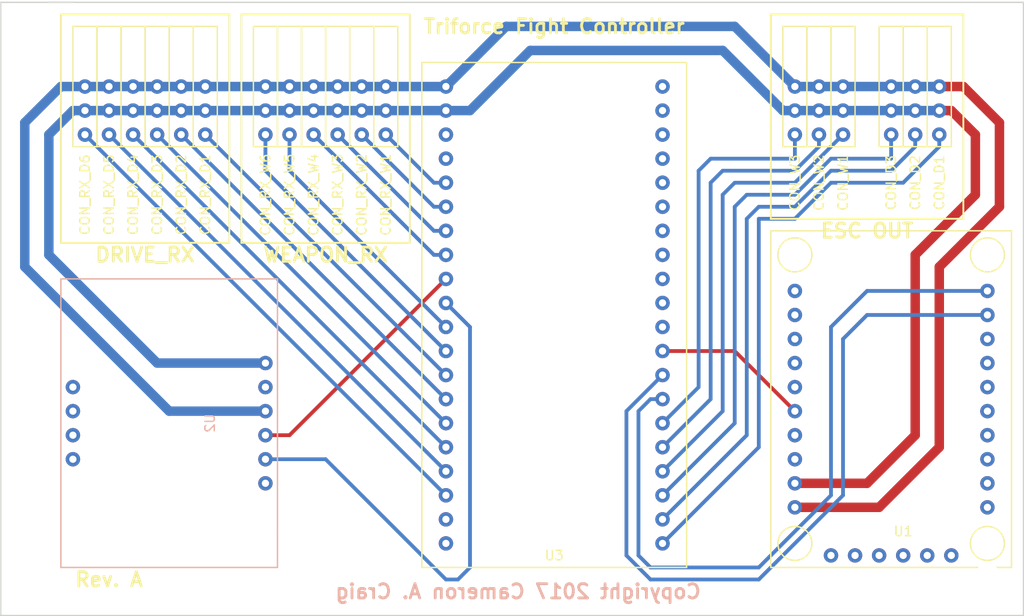
<source format=kicad_pcb>
(kicad_pcb (version 4) (host pcbnew 4.0.7-e2-6376~58~ubuntu16.04.1)

  (general
    (links 63)
    (no_connects 0)
    (area 85.014999 65.964999 193.115001 130.885001)
    (thickness 1.6)
    (drawings 23)
    (tracks 149)
    (zones 0)
    (modules 25)
    (nets 68)
  )

  (page A4)
  (layers
    (0 F.Cu signal)
    (31 B.Cu signal)
    (32 B.Adhes user)
    (33 F.Adhes user)
    (34 B.Paste user)
    (35 F.Paste user)
    (36 B.SilkS user)
    (37 F.SilkS user)
    (38 B.Mask user)
    (39 F.Mask user)
    (40 Dwgs.User user)
    (41 Cmts.User user)
    (42 Eco1.User user)
    (43 Eco2.User user)
    (44 Edge.Cuts user)
    (45 Margin user)
    (46 B.CrtYd user)
    (47 F.CrtYd user)
    (48 B.Fab user)
    (49 F.Fab user)
  )

  (setup
    (last_trace_width 0.4)
    (trace_clearance 0.2)
    (zone_clearance 0.508)
    (zone_45_only no)
    (trace_min 0.4)
    (segment_width 0.2)
    (edge_width 0.15)
    (via_size 0.6)
    (via_drill 0.4)
    (via_min_size 0.4)
    (via_min_drill 0.3)
    (uvia_size 0.3)
    (uvia_drill 0.1)
    (uvias_allowed no)
    (uvia_min_size 0.2)
    (uvia_min_drill 0.1)
    (pcb_text_width 0.3)
    (pcb_text_size 1.5 1.5)
    (mod_edge_width 0.15)
    (mod_text_size 1 1)
    (mod_text_width 0.15)
    (pad_size 1.524 1.524)
    (pad_drill 0.762)
    (pad_to_mask_clearance 0.2)
    (aux_axis_origin 0 0)
    (visible_elements FFFFFF7F)
    (pcbplotparams
      (layerselection 0x00030_80000001)
      (usegerberextensions false)
      (excludeedgelayer true)
      (linewidth 0.100000)
      (plotframeref false)
      (viasonmask false)
      (mode 1)
      (useauxorigin false)
      (hpglpennumber 1)
      (hpglpenspeed 20)
      (hpglpendiameter 15)
      (hpglpenoverlay 2)
      (psnegative false)
      (psa4output false)
      (plotreference true)
      (plotvalue true)
      (plotinvisibletext false)
      (padsonsilk false)
      (subtractmaskfromsilk false)
      (outputformat 1)
      (mirror false)
      (drillshape 1)
      (scaleselection 1)
      (outputdirectory ""))
  )

  (net 0 "")
  (net 1 GND)
  (net 2 +5V)
  (net 3 BNO_MBED_SDA)
  (net 4 BNO_MBED_SCL)
  (net 5 PWM_OUT_DRV_MOTOR_1)
  (net 6 PWM_OUT_DRV_MOTOR_2)
  (net 7 PWM_OUT_DRV_MOTOR_3)
  (net 8 PWM_OUT_WPN_MOTOR_1)
  (net 9 PWM_OUT_WPN_MOTOR_2)
  (net 10 PWM_OUT_WPN_MOTOR_3)
  (net 11 ESP_MBED_RX)
  (net 12 ESP_MBED_TX)
  (net 13 ESP_READY)
  (net 14 "Net-(U1-Pad1)")
  (net 15 "Net-(U1-Pad2)")
  (net 16 "Net-(U1-Pad3)")
  (net 17 "Net-(U1-Pad13)")
  (net 18 "Net-(U1-Pad14)")
  (net 19 "Net-(U1-Pad15)")
  (net 20 "Net-(U1-Pad16)")
  (net 21 "Net-(U1-Pad4)")
  (net 22 "Net-(U1-Pad5)")
  (net 23 "Net-(U3-Pad3)")
  (net 24 "Net-(U3-Pad4)")
  (net 25 "Net-(U3-Pad19)")
  (net 26 "Net-(U3-Pad20)")
  (net 27 "Net-(U3-Pad30)")
  (net 28 "Net-(U3-Pad31)")
  (net 29 "Net-(U3-Pad32)")
  (net 30 "Net-(U3-Pad33)")
  (net 31 "Net-(U3-Pad34)")
  (net 32 "Net-(U3-Pad35)")
  (net 33 "Net-(U3-Pad36)")
  (net 34 "Net-(U3-Pad37)")
  (net 35 "Net-(U3-Pad38)")
  (net 36 "Net-(U3-Pad39)")
  (net 37 "Net-(U3-Pad40)")
  (net 38 "Net-(U1-Pad7)")
  (net 39 "Net-(U1-Pad8)")
  (net 40 "Net-(U1-Pad11)")
  (net 41 "Net-(U1-Pad12)")
  (net 42 "Net-(U1-Pad17)")
  (net 43 "Net-(U1-Pad18)")
  (net 44 "Net-(U1-Pad21)")
  (net 45 "Net-(U1-Pad22)")
  (net 46 "Net-(U1-Pad23)")
  (net 47 "Net-(U1-Pad24)")
  (net 48 "Net-(U1-Pad25)")
  (net 49 "Net-(U1-Pad26)")
  (net 50 "Net-(U2-Pad2)")
  (net 51 "Net-(U2-Pad6)")
  (net 52 "Net-(U2-Pad10)")
  (net 53 "Net-(U2-Pad9)")
  (net 54 "Net-(U2-Pad8)")
  (net 55 "Net-(U2-Pad7)")
  (net 56 IN_RX_W1)
  (net 57 IN_RX_W2)
  (net 58 IN_RX_W3)
  (net 59 IN_RX_W4)
  (net 60 IN_RX_W5)
  (net 61 IN_RX_W6)
  (net 62 IN_RX_D1)
  (net 63 IN_RX_D2)
  (net 64 IN_RX_D3)
  (net 65 IN_RX_D4)
  (net 66 IN_RX_D5)
  (net 67 IN_RX_D6)

  (net_class Default "This is the default net class."
    (clearance 0.2)
    (trace_width 0.4)
    (via_dia 0.6)
    (via_drill 0.4)
    (uvia_dia 0.3)
    (uvia_drill 0.1)
    (add_net "Net-(U1-Pad1)")
    (add_net "Net-(U1-Pad11)")
    (add_net "Net-(U1-Pad12)")
    (add_net "Net-(U1-Pad13)")
    (add_net "Net-(U1-Pad14)")
    (add_net "Net-(U1-Pad15)")
    (add_net "Net-(U1-Pad16)")
    (add_net "Net-(U1-Pad17)")
    (add_net "Net-(U1-Pad18)")
    (add_net "Net-(U1-Pad2)")
    (add_net "Net-(U1-Pad21)")
    (add_net "Net-(U1-Pad22)")
    (add_net "Net-(U1-Pad23)")
    (add_net "Net-(U1-Pad24)")
    (add_net "Net-(U1-Pad25)")
    (add_net "Net-(U1-Pad26)")
    (add_net "Net-(U1-Pad3)")
    (add_net "Net-(U1-Pad4)")
    (add_net "Net-(U1-Pad5)")
    (add_net "Net-(U1-Pad7)")
    (add_net "Net-(U1-Pad8)")
    (add_net "Net-(U2-Pad10)")
    (add_net "Net-(U2-Pad2)")
    (add_net "Net-(U2-Pad6)")
    (add_net "Net-(U2-Pad7)")
    (add_net "Net-(U2-Pad8)")
    (add_net "Net-(U2-Pad9)")
    (add_net "Net-(U3-Pad19)")
    (add_net "Net-(U3-Pad20)")
    (add_net "Net-(U3-Pad3)")
    (add_net "Net-(U3-Pad30)")
    (add_net "Net-(U3-Pad31)")
    (add_net "Net-(U3-Pad32)")
    (add_net "Net-(U3-Pad33)")
    (add_net "Net-(U3-Pad34)")
    (add_net "Net-(U3-Pad35)")
    (add_net "Net-(U3-Pad36)")
    (add_net "Net-(U3-Pad37)")
    (add_net "Net-(U3-Pad38)")
    (add_net "Net-(U3-Pad39)")
    (add_net "Net-(U3-Pad4)")
    (add_net "Net-(U3-Pad40)")
    (add_net PWM_OUT_DRV_MOTOR_1)
    (add_net PWM_OUT_DRV_MOTOR_2)
    (add_net PWM_OUT_DRV_MOTOR_3)
    (add_net PWM_OUT_WPN_MOTOR_1)
    (add_net PWM_OUT_WPN_MOTOR_2)
    (add_net PWM_OUT_WPN_MOTOR_3)
  )

  (net_class "Generic Signal" ""
    (clearance 0.2)
    (trace_width 0.4)
    (via_dia 0.6)
    (via_drill 0.4)
    (uvia_dia 0.3)
    (uvia_drill 0.1)
    (add_net ESP_READY)
  )

  (net_class "I2C Signal" ""
    (clearance 0.2)
    (trace_width 0.4)
    (via_dia 0.6)
    (via_drill 0.4)
    (uvia_dia 0.3)
    (uvia_drill 0.1)
    (add_net BNO_MBED_SCL)
    (add_net BNO_MBED_SDA)
  )

  (net_class Power ""
    (clearance 0.2)
    (trace_width 1)
    (via_dia 0.6)
    (via_drill 0.4)
    (uvia_dia 0.3)
    (uvia_drill 0.1)
    (add_net +5V)
    (add_net GND)
  )

  (net_class "RX Signal" ""
    (clearance 0.2)
    (trace_width 0.4)
    (via_dia 0.6)
    (via_drill 0.4)
    (uvia_dia 0.3)
    (uvia_drill 0.1)
    (add_net IN_RX_D1)
    (add_net IN_RX_D2)
    (add_net IN_RX_D3)
    (add_net IN_RX_D4)
    (add_net IN_RX_D5)
    (add_net IN_RX_D6)
    (add_net IN_RX_W1)
    (add_net IN_RX_W2)
    (add_net IN_RX_W3)
    (add_net IN_RX_W4)
    (add_net IN_RX_W5)
    (add_net IN_RX_W6)
  )

  (net_class "Serial Signal" ""
    (clearance 0.2)
    (trace_width 0.4)
    (via_dia 0.6)
    (via_drill 0.4)
    (uvia_dia 0.3)
    (uvia_drill 0.1)
    (add_net ESP_MBED_RX)
    (add_net ESP_MBED_TX)
  )

  (module mbed:lpc1768 (layer F.Cu) (tedit 59DA2B9D) (tstamp 59D93552)
    (at 129.54 125.73)
    (path /59D8AFFE)
    (fp_text reference U3 (at 13.97 -1.27) (layer F.SilkS)
      (effects (font (size 1 1) (thickness 0.15)))
    )
    (fp_text value LPC1768 (at 15.24 -47.49) (layer F.Fab)
      (effects (font (size 1 1) (thickness 0.15)))
    )
    (fp_line (start 20.32 -53.34) (end 27.94 -53.34) (layer F.SilkS) (width 0.15))
    (fp_line (start 27.94 -53.34) (end 27.94 0) (layer F.SilkS) (width 0.15))
    (fp_line (start 27.94 0) (end 0 0) (layer F.SilkS) (width 0.15))
    (fp_line (start 0 0) (end 0 -53.34) (layer F.SilkS) (width 0.15))
    (fp_line (start 0 -53.34) (end 20.32 -53.34) (layer F.SilkS) (width 0.15))
    (pad 1 thru_hole circle (at 2.54 -50.8) (size 1.524 1.524) (drill 0.762) (layers *.Cu *.Mask)
      (net 1 GND))
    (pad 2 thru_hole circle (at 2.54 -48.26) (size 1.524 1.524) (drill 0.762) (layers *.Cu *.Mask)
      (net 2 +5V))
    (pad 3 thru_hole circle (at 2.54 -45.72) (size 1.524 1.524) (drill 0.762) (layers *.Cu *.Mask)
      (net 23 "Net-(U3-Pad3)"))
    (pad 4 thru_hole circle (at 2.54 -43.18) (size 1.524 1.524) (drill 0.762) (layers *.Cu *.Mask)
      (net 24 "Net-(U3-Pad4)"))
    (pad 5 thru_hole circle (at 2.54 -40.64) (size 1.524 1.524) (drill 0.762) (layers *.Cu *.Mask)
      (net 56 IN_RX_W1))
    (pad 6 thru_hole circle (at 2.54 -38.1) (size 1.524 1.524) (drill 0.762) (layers *.Cu *.Mask)
      (net 57 IN_RX_W2))
    (pad 7 thru_hole circle (at 2.54 -35.56) (size 1.524 1.524) (drill 0.762) (layers *.Cu *.Mask)
      (net 58 IN_RX_W3))
    (pad 8 thru_hole circle (at 2.54 -33.02) (size 1.524 1.524) (drill 0.762) (layers *.Cu *.Mask)
      (net 59 IN_RX_W4))
    (pad 9 thru_hole circle (at 2.54 -30.48) (size 1.524 1.524) (drill 0.762) (layers *.Cu *.Mask)
      (net 3 BNO_MBED_SDA))
    (pad 10 thru_hole circle (at 2.54 -27.94) (size 1.524 1.524) (drill 0.762) (layers *.Cu *.Mask)
      (net 4 BNO_MBED_SCL))
    (pad 11 thru_hole circle (at 2.54 -25.4) (size 1.524 1.524) (drill 0.762) (layers *.Cu *.Mask)
      (net 60 IN_RX_W5))
    (pad 12 thru_hole circle (at 2.54 -22.86) (size 1.524 1.524) (drill 0.762) (layers *.Cu *.Mask)
      (net 61 IN_RX_W6))
    (pad 13 thru_hole circle (at 2.54 -20.32) (size 1.524 1.524) (drill 0.762) (layers *.Cu *.Mask)
      (net 62 IN_RX_D1))
    (pad 14 thru_hole circle (at 2.54 -17.78) (size 1.524 1.524) (drill 0.762) (layers *.Cu *.Mask)
      (net 63 IN_RX_D2))
    (pad 15 thru_hole circle (at 2.54 -15.24) (size 1.524 1.524) (drill 0.762) (layers *.Cu *.Mask)
      (net 64 IN_RX_D3))
    (pad 16 thru_hole circle (at 2.54 -12.7) (size 1.524 1.524) (drill 0.762) (layers *.Cu *.Mask)
      (net 65 IN_RX_D4))
    (pad 17 thru_hole circle (at 2.54 -10.16) (size 1.524 1.524) (drill 0.762) (layers *.Cu *.Mask)
      (net 66 IN_RX_D5))
    (pad 18 thru_hole circle (at 2.54 -7.62) (size 1.524 1.524) (drill 0.762) (layers *.Cu *.Mask)
      (net 67 IN_RX_D6))
    (pad 19 thru_hole circle (at 2.54 -5.08) (size 1.524 1.524) (drill 0.762) (layers *.Cu *.Mask)
      (net 25 "Net-(U3-Pad19)"))
    (pad 20 thru_hole circle (at 2.54 -2.54) (size 1.524 1.524) (drill 0.762) (layers *.Cu *.Mask)
      (net 26 "Net-(U3-Pad20)"))
    (pad 21 thru_hole circle (at 25.4 -2.54) (size 1.524 1.524) (drill 0.762) (layers *.Cu *.Mask)
      (net 5 PWM_OUT_DRV_MOTOR_1))
    (pad 22 thru_hole circle (at 25.4 -5.08) (size 1.524 1.524) (drill 0.762) (layers *.Cu *.Mask)
      (net 6 PWM_OUT_DRV_MOTOR_2))
    (pad 23 thru_hole circle (at 25.4 -7.62) (size 1.524 1.524) (drill 0.762) (layers *.Cu *.Mask)
      (net 7 PWM_OUT_DRV_MOTOR_3))
    (pad 24 thru_hole circle (at 25.4 -10.16) (size 1.524 1.524) (drill 0.762) (layers *.Cu *.Mask)
      (net 8 PWM_OUT_WPN_MOTOR_1))
    (pad 25 thru_hole circle (at 25.4 -12.7) (size 1.524 1.524) (drill 0.762) (layers *.Cu *.Mask)
      (net 9 PWM_OUT_WPN_MOTOR_2))
    (pad 26 thru_hole circle (at 25.4 -15.24) (size 1.524 1.524) (drill 0.762) (layers *.Cu *.Mask)
      (net 10 PWM_OUT_WPN_MOTOR_3))
    (pad 27 thru_hole circle (at 25.4 -17.78) (size 1.524 1.524) (drill 0.762) (layers *.Cu *.Mask)
      (net 11 ESP_MBED_RX))
    (pad 28 thru_hole circle (at 25.4 -20.32) (size 1.524 1.524) (drill 0.762) (layers *.Cu *.Mask)
      (net 12 ESP_MBED_TX))
    (pad 30 thru_hole circle (at 25.4 -25.4) (size 1.524 1.524) (drill 0.762) (layers *.Cu *.Mask)
      (net 27 "Net-(U3-Pad30)"))
    (pad 31 thru_hole circle (at 25.4 -27.94) (size 1.524 1.524) (drill 0.762) (layers *.Cu *.Mask)
      (net 28 "Net-(U3-Pad31)"))
    (pad 32 thru_hole circle (at 25.4 -30.48) (size 1.524 1.524) (drill 0.762) (layers *.Cu *.Mask)
      (net 29 "Net-(U3-Pad32)"))
    (pad 33 thru_hole circle (at 25.4 -33.02) (size 1.524 1.524) (drill 0.762) (layers *.Cu *.Mask)
      (net 30 "Net-(U3-Pad33)"))
    (pad 34 thru_hole circle (at 25.4 -35.56) (size 1.524 1.524) (drill 0.762) (layers *.Cu *.Mask)
      (net 31 "Net-(U3-Pad34)"))
    (pad 35 thru_hole circle (at 25.4 -38.1) (size 1.524 1.524) (drill 0.762) (layers *.Cu *.Mask)
      (net 32 "Net-(U3-Pad35)"))
    (pad 36 thru_hole circle (at 25.4 -40.64) (size 1.524 1.524) (drill 0.762) (layers *.Cu *.Mask)
      (net 33 "Net-(U3-Pad36)"))
    (pad 37 thru_hole circle (at 25.4 -43.18) (size 1.524 1.524) (drill 0.762) (layers *.Cu *.Mask)
      (net 34 "Net-(U3-Pad37)"))
    (pad 38 thru_hole circle (at 25.4 -45.72) (size 1.524 1.524) (drill 0.762) (layers *.Cu *.Mask)
      (net 35 "Net-(U3-Pad38)"))
    (pad 39 thru_hole circle (at 25.4 -48.26) (size 1.524 1.524) (drill 0.762) (layers *.Cu *.Mask)
      (net 36 "Net-(U3-Pad39)"))
    (pad 29 thru_hole circle (at 25.4 -22.86) (size 1.524 1.524) (drill 0.762) (layers *.Cu *.Mask)
      (net 13 ESP_READY))
    (pad 40 thru_hole circle (at 25.4 -50.8) (size 1.524 1.524) (drill 0.762) (layers *.Cu *.Mask)
      (net 37 "Net-(U3-Pad40)"))
  )

  (module mbed:AngledServoCon (layer F.Cu) (tedit 59D9F28A) (tstamp 59D93DF8)
    (at 184.15 66.04)
    (path /59D95305)
    (fp_text reference CON_D1 (at 0 19.05 270) (layer F.SilkS)
      (effects (font (size 1 1) (thickness 0.15)))
    )
    (fp_text value "Drive Motor 1" (at 0 0.77) (layer F.Fab) hide
      (effects (font (size 1 1) (thickness 0.15)))
    )
    (fp_line (start -1.27 13.97) (end -1.27 2.54) (layer F.SilkS) (width 0.15))
    (fp_line (start -1.27 2.54) (end 1.27 2.54) (layer F.SilkS) (width 0.15))
    (fp_line (start 1.27 2.54) (end 1.27 15.24) (layer F.SilkS) (width 0.15))
    (fp_line (start 1.27 15.24) (end -1.27 15.24) (layer F.SilkS) (width 0.15))
    (fp_line (start -1.27 15.24) (end -1.27 13.97) (layer F.SilkS) (width 0.15))
    (pad 0 thru_hole circle (at 0 8.89) (size 1.524 1.524) (drill 0.762) (layers *.Cu *.Mask)
      (net 1 GND))
    (pad 1 thru_hole circle (at 0 11.43) (size 1.524 1.524) (drill 0.762) (layers *.Cu *.Mask)
      (net 2 +5V))
    (pad 2 thru_hole circle (at 0 13.97) (size 1.524 1.524) (drill 0.762) (layers *.Cu *.Mask)
      (net 5 PWM_OUT_DRV_MOTOR_1))
  )

  (module mbed:AngledServoCon (layer F.Cu) (tedit 59D9F29D) (tstamp 59D93E04)
    (at 181.61 66.04)
    (path /59D953D1)
    (fp_text reference CON_D2 (at 0 19.05 270) (layer F.SilkS)
      (effects (font (size 1 1) (thickness 0.15)))
    )
    (fp_text value "Drive Motor 2" (at 0 0.77) (layer F.Fab) hide
      (effects (font (size 1 1) (thickness 0.15)))
    )
    (fp_line (start -1.27 13.97) (end -1.27 2.54) (layer F.SilkS) (width 0.15))
    (fp_line (start -1.27 2.54) (end 1.27 2.54) (layer F.SilkS) (width 0.15))
    (fp_line (start 1.27 2.54) (end 1.27 15.24) (layer F.SilkS) (width 0.15))
    (fp_line (start 1.27 15.24) (end -1.27 15.24) (layer F.SilkS) (width 0.15))
    (fp_line (start -1.27 15.24) (end -1.27 13.97) (layer F.SilkS) (width 0.15))
    (pad 0 thru_hole circle (at 0 8.89) (size 1.524 1.524) (drill 0.762) (layers *.Cu *.Mask)
      (net 1 GND))
    (pad 1 thru_hole circle (at 0 11.43) (size 1.524 1.524) (drill 0.762) (layers *.Cu *.Mask)
      (net 2 +5V))
    (pad 2 thru_hole circle (at 0 13.97) (size 1.524 1.524) (drill 0.762) (layers *.Cu *.Mask)
      (net 6 PWM_OUT_DRV_MOTOR_2))
  )

  (module mbed:AngledServoCon (layer F.Cu) (tedit 59D9F28F) (tstamp 59D93E10)
    (at 179.07 66.04)
    (path /59D95439)
    (fp_text reference CON_D3 (at 0 19.05 270) (layer F.SilkS)
      (effects (font (size 1 1) (thickness 0.15)))
    )
    (fp_text value "Drive Motor 3" (at 0 0.77) (layer F.Fab) hide
      (effects (font (size 1 1) (thickness 0.15)))
    )
    (fp_line (start -1.27 13.97) (end -1.27 2.54) (layer F.SilkS) (width 0.15))
    (fp_line (start -1.27 2.54) (end 1.27 2.54) (layer F.SilkS) (width 0.15))
    (fp_line (start 1.27 2.54) (end 1.27 15.24) (layer F.SilkS) (width 0.15))
    (fp_line (start 1.27 15.24) (end -1.27 15.24) (layer F.SilkS) (width 0.15))
    (fp_line (start -1.27 15.24) (end -1.27 13.97) (layer F.SilkS) (width 0.15))
    (pad 0 thru_hole circle (at 0 8.89) (size 1.524 1.524) (drill 0.762) (layers *.Cu *.Mask)
      (net 1 GND))
    (pad 1 thru_hole circle (at 0 11.43) (size 1.524 1.524) (drill 0.762) (layers *.Cu *.Mask)
      (net 2 +5V))
    (pad 2 thru_hole circle (at 0 13.97) (size 1.524 1.524) (drill 0.762) (layers *.Cu *.Mask)
      (net 7 PWM_OUT_DRV_MOTOR_3))
  )

  (module mbed:AngledServoCon (layer F.Cu) (tedit 59D9F295) (tstamp 59D93E1C)
    (at 173.99 66.04)
    (path /59D94FE0)
    (fp_text reference CON_W1 (at 0 19.05 270) (layer F.SilkS)
      (effects (font (size 1 1) (thickness 0.15)))
    )
    (fp_text value "Weapon Motor 1" (at 0 0.77) (layer F.Fab) hide
      (effects (font (size 1 1) (thickness 0.15)))
    )
    (fp_line (start -1.27 13.97) (end -1.27 2.54) (layer F.SilkS) (width 0.15))
    (fp_line (start -1.27 2.54) (end 1.27 2.54) (layer F.SilkS) (width 0.15))
    (fp_line (start 1.27 2.54) (end 1.27 15.24) (layer F.SilkS) (width 0.15))
    (fp_line (start 1.27 15.24) (end -1.27 15.24) (layer F.SilkS) (width 0.15))
    (fp_line (start -1.27 15.24) (end -1.27 13.97) (layer F.SilkS) (width 0.15))
    (pad 0 thru_hole circle (at 0 8.89) (size 1.524 1.524) (drill 0.762) (layers *.Cu *.Mask)
      (net 1 GND))
    (pad 1 thru_hole circle (at 0 11.43) (size 1.524 1.524) (drill 0.762) (layers *.Cu *.Mask)
      (net 2 +5V))
    (pad 2 thru_hole circle (at 0 13.97) (size 1.524 1.524) (drill 0.762) (layers *.Cu *.Mask)
      (net 8 PWM_OUT_WPN_MOTOR_1))
  )

  (module mbed:AngledServoCon (layer F.Cu) (tedit 59D9F2ED) (tstamp 59D93E28)
    (at 171.45 66.04)
    (path /59D9523B)
    (fp_text reference CON_W2 (at 0 19.05 270) (layer F.SilkS)
      (effects (font (size 1 1) (thickness 0.15)))
    )
    (fp_text value "Weapon Motor 1" (at 0 0.77) (layer F.Fab) hide
      (effects (font (size 1 1) (thickness 0.15)))
    )
    (fp_line (start -1.27 13.97) (end -1.27 2.54) (layer F.SilkS) (width 0.15))
    (fp_line (start -1.27 2.54) (end 1.27 2.54) (layer F.SilkS) (width 0.15))
    (fp_line (start 1.27 2.54) (end 1.27 15.24) (layer F.SilkS) (width 0.15))
    (fp_line (start 1.27 15.24) (end -1.27 15.24) (layer F.SilkS) (width 0.15))
    (fp_line (start -1.27 15.24) (end -1.27 13.97) (layer F.SilkS) (width 0.15))
    (pad 0 thru_hole circle (at 0 8.89) (size 1.524 1.524) (drill 0.762) (layers *.Cu *.Mask)
      (net 1 GND))
    (pad 1 thru_hole circle (at 0 11.43) (size 1.524 1.524) (drill 0.762) (layers *.Cu *.Mask)
      (net 2 +5V))
    (pad 2 thru_hole circle (at 0 13.97) (size 1.524 1.524) (drill 0.762) (layers *.Cu *.Mask)
      (net 9 PWM_OUT_WPN_MOTOR_2))
  )

  (module mbed:AngledServoCon (layer F.Cu) (tedit 59D9F2F2) (tstamp 59D93E34)
    (at 168.91 66.04)
    (path /59D952AB)
    (fp_text reference CON_W3 (at 0 19.05 270) (layer F.SilkS)
      (effects (font (size 1 1) (thickness 0.15)))
    )
    (fp_text value "Weapon Motor 1" (at 0 0.77) (layer F.Fab) hide
      (effects (font (size 1 1) (thickness 0.15)))
    )
    (fp_line (start -1.27 13.97) (end -1.27 2.54) (layer F.SilkS) (width 0.15))
    (fp_line (start -1.27 2.54) (end 1.27 2.54) (layer F.SilkS) (width 0.15))
    (fp_line (start 1.27 2.54) (end 1.27 15.24) (layer F.SilkS) (width 0.15))
    (fp_line (start 1.27 15.24) (end -1.27 15.24) (layer F.SilkS) (width 0.15))
    (fp_line (start -1.27 15.24) (end -1.27 13.97) (layer F.SilkS) (width 0.15))
    (pad 0 thru_hole circle (at 0 8.89) (size 1.524 1.524) (drill 0.762) (layers *.Cu *.Mask)
      (net 1 GND))
    (pad 1 thru_hole circle (at 0 11.43) (size 1.524 1.524) (drill 0.762) (layers *.Cu *.Mask)
      (net 2 +5V))
    (pad 2 thru_hole circle (at 0 13.97) (size 1.524 1.524) (drill 0.762) (layers *.Cu *.Mask)
      (net 10 PWM_OUT_WPN_MOTOR_3))
  )

  (module mbed:ESP8266 (layer F.Cu) (tedit 59DA2B91) (tstamp 59D943AC)
    (at 173.99 93.98)
    (path /59D92604)
    (fp_text reference U1 (at 6.35 27.94) (layer F.SilkS)
      (effects (font (size 1 1) (thickness 0.15)))
    )
    (fp_text value ADAFRUIT_HUZZAH (at 5.08 -3.04) (layer F.Fab)
      (effects (font (size 1 1) (thickness 0.15)))
    )
    (fp_circle (center 15.24 -1.27) (end 16.51 0) (layer F.SilkS) (width 0.15))
    (fp_circle (center -5.08 -1.27) (end -3.81 0) (layer F.SilkS) (width 0.15))
    (fp_circle (center -5.08 29.21) (end -3.81 30.48) (layer F.SilkS) (width 0.15))
    (fp_circle (center 15.24 29.21) (end 16.51 30.48) (layer F.SilkS) (width 0.15))
    (fp_line (start -7.62 31.75) (end 17.78 31.75) (layer F.SilkS) (width 0.15))
    (fp_line (start 17.78 31.75) (end 17.78 -3.81) (layer F.SilkS) (width 0.15))
    (fp_line (start 17.78 -3.81) (end -7.62 -3.81) (layer F.SilkS) (width 0.15))
    (fp_line (start -7.62 -3.81) (end -7.62 31.75) (layer F.SilkS) (width 0.15))
    (pad 1 thru_hole circle (at -5.08 2.54) (size 1.524 1.524) (drill 0.762) (layers *.Cu *.Mask)
      (net 14 "Net-(U1-Pad1)"))
    (pad 2 thru_hole circle (at -5.08 5.08) (size 1.524 1.524) (drill 0.762) (layers *.Cu *.Mask)
      (net 15 "Net-(U1-Pad2)"))
    (pad 3 thru_hole circle (at -5.08 7.62) (size 1.524 1.524) (drill 0.762) (layers *.Cu *.Mask)
      (net 16 "Net-(U1-Pad3)"))
    (pad 4 thru_hole circle (at -5.08 10.16) (size 1.524 1.524) (drill 0.762) (layers *.Cu *.Mask)
      (net 21 "Net-(U1-Pad4)"))
    (pad 5 thru_hole circle (at -5.08 12.7) (size 1.524 1.524) (drill 0.762) (layers *.Cu *.Mask)
      (net 22 "Net-(U1-Pad5)"))
    (pad 6 thru_hole circle (at -5.08 15.24) (size 1.524 1.524) (drill 0.762) (layers *.Cu *.Mask)
      (net 13 ESP_READY))
    (pad 7 thru_hole circle (at -5.08 17.78) (size 1.524 1.524) (drill 0.762) (layers *.Cu *.Mask)
      (net 38 "Net-(U1-Pad7)"))
    (pad 8 thru_hole circle (at -5.08 20.32) (size 1.524 1.524) (drill 0.762) (layers *.Cu *.Mask)
      (net 39 "Net-(U1-Pad8)"))
    (pad 9 thru_hole circle (at -5.08 22.86) (size 1.524 1.524) (drill 0.762) (layers *.Cu *.Mask)
      (net 2 +5V))
    (pad 10 thru_hole circle (at -5.08 25.4) (size 1.524 1.524) (drill 0.762) (layers *.Cu *.Mask)
      (net 1 GND))
    (pad 11 thru_hole circle (at 15.24 25.4) (size 1.524 1.524) (drill 0.762) (layers *.Cu *.Mask)
      (net 40 "Net-(U1-Pad11)"))
    (pad 12 thru_hole circle (at 15.24 22.86) (size 1.524 1.524) (drill 0.762) (layers *.Cu *.Mask)
      (net 41 "Net-(U1-Pad12)"))
    (pad 13 thru_hole circle (at 15.24 20.32) (size 1.524 1.524) (drill 0.762) (layers *.Cu *.Mask)
      (net 17 "Net-(U1-Pad13)"))
    (pad 14 thru_hole circle (at 15.24 17.78) (size 1.524 1.524) (drill 0.762) (layers *.Cu *.Mask)
      (net 18 "Net-(U1-Pad14)"))
    (pad 15 thru_hole circle (at 15.24 15.24) (size 1.524 1.524) (drill 0.762) (layers *.Cu *.Mask)
      (net 19 "Net-(U1-Pad15)"))
    (pad 16 thru_hole circle (at 15.24 12.7) (size 1.524 1.524) (drill 0.762) (layers *.Cu *.Mask)
      (net 20 "Net-(U1-Pad16)"))
    (pad 17 thru_hole circle (at 15.24 10.16) (size 1.524 1.524) (drill 0.762) (layers *.Cu *.Mask)
      (net 42 "Net-(U1-Pad17)"))
    (pad 18 thru_hole circle (at 15.24 7.62) (size 1.524 1.524) (drill 0.762) (layers *.Cu *.Mask)
      (net 43 "Net-(U1-Pad18)"))
    (pad 19 thru_hole circle (at 15.24 5.08) (size 1.524 1.524) (drill 0.762) (layers *.Cu *.Mask)
      (net 12 ESP_MBED_TX))
    (pad 20 thru_hole circle (at 15.24 2.54) (size 1.524 1.524) (drill 0.762) (layers *.Cu *.Mask)
      (net 11 ESP_MBED_RX))
    (pad 21 thru_hole circle (at -1.27 30.48) (size 1.524 1.524) (drill 0.762) (layers *.Cu *.Mask)
      (net 44 "Net-(U1-Pad21)"))
    (pad 22 thru_hole circle (at 1.27 30.48) (size 1.524 1.524) (drill 0.762) (layers *.Cu *.Mask)
      (net 45 "Net-(U1-Pad22)"))
    (pad 23 thru_hole circle (at 3.81 30.48) (size 1.524 1.524) (drill 0.762) (layers *.Cu *.Mask)
      (net 46 "Net-(U1-Pad23)"))
    (pad 24 thru_hole circle (at 6.35 30.48) (size 1.524 1.524) (drill 0.762) (layers *.Cu *.Mask)
      (net 47 "Net-(U1-Pad24)"))
    (pad 25 thru_hole circle (at 8.89 30.48) (size 1.524 1.524) (drill 0.762) (layers *.Cu *.Mask)
      (net 48 "Net-(U1-Pad25)"))
    (pad 26 thru_hole circle (at 11.43 30.48) (size 1.524 1.524) (drill 0.762) (layers *.Cu *.Mask)
      (net 49 "Net-(U1-Pad26)"))
  )

  (module mbed:BNO055 (layer B.Cu) (tedit 59D9407B) (tstamp 59D944FA)
    (at 106.68 107.95 270)
    (path /59D928D7)
    (fp_text reference U2 (at 2.54 -0.5 270) (layer B.SilkS)
      (effects (font (size 1 1) (thickness 0.15)) (justify mirror))
    )
    (fp_text value bno055 (at 2.54 10.66 270) (layer B.Fab)
      (effects (font (size 1 1) (thickness 0.15)) (justify mirror))
    )
    (fp_line (start -8.89 -7.62) (end -12.7 -7.62) (layer B.SilkS) (width 0.15))
    (fp_line (start -12.7 -7.62) (end -12.7 15.24) (layer B.SilkS) (width 0.15))
    (fp_line (start -12.7 15.24) (end 17.78 15.24) (layer B.SilkS) (width 0.15))
    (fp_line (start 17.78 15.24) (end 17.78 -7.62) (layer B.SilkS) (width 0.15))
    (fp_line (start 17.78 -7.62) (end 13.97 -7.62) (layer B.SilkS) (width 0.15))
    (fp_line (start -8.89 -7.62) (end 13.97 -7.62) (layer B.SilkS) (width 0.15))
    (pad 1 thru_hole circle (at -3.81 -6.35 270) (size 1.524 1.524) (drill 0.762) (layers *.Cu *.Mask)
      (net 2 +5V))
    (pad 2 thru_hole circle (at -1.27 -6.35 270) (size 1.524 1.524) (drill 0.762) (layers *.Cu *.Mask)
      (net 50 "Net-(U2-Pad2)"))
    (pad 3 thru_hole circle (at 1.27 -6.35 270) (size 1.524 1.524) (drill 0.762) (layers *.Cu *.Mask)
      (net 1 GND))
    (pad 4 thru_hole circle (at 3.81 -6.35 270) (size 1.524 1.524) (drill 0.762) (layers *.Cu *.Mask)
      (net 3 BNO_MBED_SDA))
    (pad 5 thru_hole circle (at 6.35 -6.35 270) (size 1.524 1.524) (drill 0.762) (layers *.Cu *.Mask)
      (net 4 BNO_MBED_SCL))
    (pad 6 thru_hole circle (at 8.89 -6.35 270) (size 1.524 1.524) (drill 0.762) (layers *.Cu *.Mask)
      (net 51 "Net-(U2-Pad6)"))
    (pad 10 thru_hole circle (at -1.27 13.97 270) (size 1.524 1.524) (drill 0.762) (layers *.Cu *.Mask)
      (net 52 "Net-(U2-Pad10)"))
    (pad 9 thru_hole circle (at 1.27 13.97 270) (size 1.524 1.524) (drill 0.762) (layers *.Cu *.Mask)
      (net 53 "Net-(U2-Pad9)"))
    (pad 8 thru_hole circle (at 3.81 13.97 270) (size 1.524 1.524) (drill 0.762) (layers *.Cu *.Mask)
      (net 54 "Net-(U2-Pad8)"))
    (pad 7 thru_hole circle (at 6.35 13.97 270) (size 1.524 1.524) (drill 0.762) (layers *.Cu *.Mask)
      (net 55 "Net-(U2-Pad7)"))
  )

  (module mbed:AngledServoCon (layer F.Cu) (tedit 59D9F6B8) (tstamp 59D9F0AB)
    (at 106.68 66.04)
    (path /59D9E995)
    (fp_text reference CON_RX_D1 (at 0 20.32 90) (layer F.SilkS)
      (effects (font (size 1 1) (thickness 0.15)))
    )
    (fp_text value "Drive Chan 1" (at 0 0.77) (layer F.Fab) hide
      (effects (font (size 1 1) (thickness 0.15)))
    )
    (fp_line (start -1.27 13.97) (end -1.27 2.54) (layer F.SilkS) (width 0.15))
    (fp_line (start -1.27 2.54) (end 1.27 2.54) (layer F.SilkS) (width 0.15))
    (fp_line (start 1.27 2.54) (end 1.27 15.24) (layer F.SilkS) (width 0.15))
    (fp_line (start 1.27 15.24) (end -1.27 15.24) (layer F.SilkS) (width 0.15))
    (fp_line (start -1.27 15.24) (end -1.27 13.97) (layer F.SilkS) (width 0.15))
    (pad 0 thru_hole circle (at 0 8.89) (size 1.524 1.524) (drill 0.762) (layers *.Cu *.Mask)
      (net 1 GND))
    (pad 1 thru_hole circle (at 0 11.43) (size 1.524 1.524) (drill 0.762) (layers *.Cu *.Mask)
      (net 2 +5V))
    (pad 2 thru_hole circle (at 0 13.97) (size 1.524 1.524) (drill 0.762) (layers *.Cu *.Mask)
      (net 62 IN_RX_D1))
  )

  (module mbed:AngledServoCon (layer F.Cu) (tedit 59D9F1DD) (tstamp 59D9F0B7)
    (at 104.14 66.04)
    (path /59D9EA1A)
    (fp_text reference CON_RX_D2 (at 0 20.32 270) (layer F.SilkS)
      (effects (font (size 1 1) (thickness 0.15)))
    )
    (fp_text value "Drive Chan 2" (at 0 0.77) (layer F.Fab) hide
      (effects (font (size 1 1) (thickness 0.15)))
    )
    (fp_line (start -1.27 13.97) (end -1.27 2.54) (layer F.SilkS) (width 0.15))
    (fp_line (start -1.27 2.54) (end 1.27 2.54) (layer F.SilkS) (width 0.15))
    (fp_line (start 1.27 2.54) (end 1.27 15.24) (layer F.SilkS) (width 0.15))
    (fp_line (start 1.27 15.24) (end -1.27 15.24) (layer F.SilkS) (width 0.15))
    (fp_line (start -1.27 15.24) (end -1.27 13.97) (layer F.SilkS) (width 0.15))
    (pad 0 thru_hole circle (at 0 8.89) (size 1.524 1.524) (drill 0.762) (layers *.Cu *.Mask)
      (net 1 GND))
    (pad 1 thru_hole circle (at 0 11.43) (size 1.524 1.524) (drill 0.762) (layers *.Cu *.Mask)
      (net 2 +5V))
    (pad 2 thru_hole circle (at 0 13.97) (size 1.524 1.524) (drill 0.762) (layers *.Cu *.Mask)
      (net 63 IN_RX_D2))
  )

  (module mbed:AngledServoCon (layer F.Cu) (tedit 59D9F1D8) (tstamp 59D9F0C3)
    (at 101.6 66.04)
    (path /59D9EB30)
    (fp_text reference CON_RX_D3 (at 0 20.32 270) (layer F.SilkS)
      (effects (font (size 1 1) (thickness 0.15)))
    )
    (fp_text value "Drive Chan 3" (at 0 0.77) (layer F.Fab) hide
      (effects (font (size 1 1) (thickness 0.15)))
    )
    (fp_line (start -1.27 13.97) (end -1.27 2.54) (layer F.SilkS) (width 0.15))
    (fp_line (start -1.27 2.54) (end 1.27 2.54) (layer F.SilkS) (width 0.15))
    (fp_line (start 1.27 2.54) (end 1.27 15.24) (layer F.SilkS) (width 0.15))
    (fp_line (start 1.27 15.24) (end -1.27 15.24) (layer F.SilkS) (width 0.15))
    (fp_line (start -1.27 15.24) (end -1.27 13.97) (layer F.SilkS) (width 0.15))
    (pad 0 thru_hole circle (at 0 8.89) (size 1.524 1.524) (drill 0.762) (layers *.Cu *.Mask)
      (net 1 GND))
    (pad 1 thru_hole circle (at 0 11.43) (size 1.524 1.524) (drill 0.762) (layers *.Cu *.Mask)
      (net 2 +5V))
    (pad 2 thru_hole circle (at 0 13.97) (size 1.524 1.524) (drill 0.762) (layers *.Cu *.Mask)
      (net 64 IN_RX_D3))
  )

  (module mbed:AngledServoCon (layer F.Cu) (tedit 59D9F1D4) (tstamp 59D9F0CF)
    (at 99.06 66.04)
    (path /59D9EBB4)
    (fp_text reference CON_RX_D4 (at 0 20.32 270) (layer F.SilkS)
      (effects (font (size 1 1) (thickness 0.15)))
    )
    (fp_text value "Drive Chan 4" (at 0 0.77) (layer F.Fab) hide
      (effects (font (size 1 1) (thickness 0.15)))
    )
    (fp_line (start -1.27 13.97) (end -1.27 2.54) (layer F.SilkS) (width 0.15))
    (fp_line (start -1.27 2.54) (end 1.27 2.54) (layer F.SilkS) (width 0.15))
    (fp_line (start 1.27 2.54) (end 1.27 15.24) (layer F.SilkS) (width 0.15))
    (fp_line (start 1.27 15.24) (end -1.27 15.24) (layer F.SilkS) (width 0.15))
    (fp_line (start -1.27 15.24) (end -1.27 13.97) (layer F.SilkS) (width 0.15))
    (pad 0 thru_hole circle (at 0 8.89) (size 1.524 1.524) (drill 0.762) (layers *.Cu *.Mask)
      (net 1 GND))
    (pad 1 thru_hole circle (at 0 11.43) (size 1.524 1.524) (drill 0.762) (layers *.Cu *.Mask)
      (net 2 +5V))
    (pad 2 thru_hole circle (at 0 13.97) (size 1.524 1.524) (drill 0.762) (layers *.Cu *.Mask)
      (net 65 IN_RX_D4))
  )

  (module mbed:AngledServoCon (layer F.Cu) (tedit 59D9F1D0) (tstamp 59D9F0DB)
    (at 96.52 66.04)
    (path /59D9EC34)
    (fp_text reference CON_RX_D5 (at 0 20.32 270) (layer F.SilkS)
      (effects (font (size 1 1) (thickness 0.15)))
    )
    (fp_text value "Drive Chan 5" (at 0 0.77) (layer F.Fab) hide
      (effects (font (size 1 1) (thickness 0.15)))
    )
    (fp_line (start -1.27 13.97) (end -1.27 2.54) (layer F.SilkS) (width 0.15))
    (fp_line (start -1.27 2.54) (end 1.27 2.54) (layer F.SilkS) (width 0.15))
    (fp_line (start 1.27 2.54) (end 1.27 15.24) (layer F.SilkS) (width 0.15))
    (fp_line (start 1.27 15.24) (end -1.27 15.24) (layer F.SilkS) (width 0.15))
    (fp_line (start -1.27 15.24) (end -1.27 13.97) (layer F.SilkS) (width 0.15))
    (pad 0 thru_hole circle (at 0 8.89) (size 1.524 1.524) (drill 0.762) (layers *.Cu *.Mask)
      (net 1 GND))
    (pad 1 thru_hole circle (at 0 11.43) (size 1.524 1.524) (drill 0.762) (layers *.Cu *.Mask)
      (net 2 +5V))
    (pad 2 thru_hole circle (at 0 13.97) (size 1.524 1.524) (drill 0.762) (layers *.Cu *.Mask)
      (net 66 IN_RX_D5))
  )

  (module mbed:AngledServoCon (layer F.Cu) (tedit 59D9F1CC) (tstamp 59D9F0E7)
    (at 93.98 66.04)
    (path /59D9ECFA)
    (fp_text reference CON_RX_D6 (at 0 20.32 270) (layer F.SilkS)
      (effects (font (size 1 1) (thickness 0.15)))
    )
    (fp_text value "Drive Chan 6" (at 0 0.77) (layer F.Fab) hide
      (effects (font (size 1 1) (thickness 0.15)))
    )
    (fp_line (start -1.27 13.97) (end -1.27 2.54) (layer F.SilkS) (width 0.15))
    (fp_line (start -1.27 2.54) (end 1.27 2.54) (layer F.SilkS) (width 0.15))
    (fp_line (start 1.27 2.54) (end 1.27 15.24) (layer F.SilkS) (width 0.15))
    (fp_line (start 1.27 15.24) (end -1.27 15.24) (layer F.SilkS) (width 0.15))
    (fp_line (start -1.27 15.24) (end -1.27 13.97) (layer F.SilkS) (width 0.15))
    (pad 0 thru_hole circle (at 0 8.89) (size 1.524 1.524) (drill 0.762) (layers *.Cu *.Mask)
      (net 1 GND))
    (pad 1 thru_hole circle (at 0 11.43) (size 1.524 1.524) (drill 0.762) (layers *.Cu *.Mask)
      (net 2 +5V))
    (pad 2 thru_hole circle (at 0 13.97) (size 1.524 1.524) (drill 0.762) (layers *.Cu *.Mask)
      (net 67 IN_RX_D6))
  )

  (module mbed:AngledServoCon (layer F.Cu) (tedit 59D9F0B3) (tstamp 59D9F0F3)
    (at 125.73 66.04)
    (path /59DA0CF4)
    (fp_text reference CON_RX_W1 (at 0 20.32 270) (layer F.SilkS)
      (effects (font (size 1 1) (thickness 0.15)))
    )
    (fp_text value "Weapon Chan 1" (at 0 0.77) (layer F.Fab) hide
      (effects (font (size 1 1) (thickness 0.15)))
    )
    (fp_line (start -1.27 13.97) (end -1.27 2.54) (layer F.SilkS) (width 0.15))
    (fp_line (start -1.27 2.54) (end 1.27 2.54) (layer F.SilkS) (width 0.15))
    (fp_line (start 1.27 2.54) (end 1.27 15.24) (layer F.SilkS) (width 0.15))
    (fp_line (start 1.27 15.24) (end -1.27 15.24) (layer F.SilkS) (width 0.15))
    (fp_line (start -1.27 15.24) (end -1.27 13.97) (layer F.SilkS) (width 0.15))
    (pad 0 thru_hole circle (at 0 8.89) (size 1.524 1.524) (drill 0.762) (layers *.Cu *.Mask)
      (net 1 GND))
    (pad 1 thru_hole circle (at 0 11.43) (size 1.524 1.524) (drill 0.762) (layers *.Cu *.Mask)
      (net 2 +5V))
    (pad 2 thru_hole circle (at 0 13.97) (size 1.524 1.524) (drill 0.762) (layers *.Cu *.Mask)
      (net 56 IN_RX_W1))
  )

  (module mbed:AngledServoCon (layer F.Cu) (tedit 59D9F0B7) (tstamp 59D9F0FF)
    (at 123.19 66.04)
    (path /59DA0CFA)
    (fp_text reference CON_RX_W2 (at 0 20.32 270) (layer F.SilkS)
      (effects (font (size 1 1) (thickness 0.15)))
    )
    (fp_text value "Weapon Chan 2" (at 0 0.77) (layer F.Fab) hide
      (effects (font (size 1 1) (thickness 0.15)))
    )
    (fp_line (start -1.27 13.97) (end -1.27 2.54) (layer F.SilkS) (width 0.15))
    (fp_line (start -1.27 2.54) (end 1.27 2.54) (layer F.SilkS) (width 0.15))
    (fp_line (start 1.27 2.54) (end 1.27 15.24) (layer F.SilkS) (width 0.15))
    (fp_line (start 1.27 15.24) (end -1.27 15.24) (layer F.SilkS) (width 0.15))
    (fp_line (start -1.27 15.24) (end -1.27 13.97) (layer F.SilkS) (width 0.15))
    (pad 0 thru_hole circle (at 0 8.89) (size 1.524 1.524) (drill 0.762) (layers *.Cu *.Mask)
      (net 1 GND))
    (pad 1 thru_hole circle (at 0 11.43) (size 1.524 1.524) (drill 0.762) (layers *.Cu *.Mask)
      (net 2 +5V))
    (pad 2 thru_hole circle (at 0 13.97) (size 1.524 1.524) (drill 0.762) (layers *.Cu *.Mask)
      (net 57 IN_RX_W2))
  )

  (module mbed:AngledServoCon (layer F.Cu) (tedit 59D9F0BA) (tstamp 59D9F10B)
    (at 120.65 66.04)
    (path /59DA0D00)
    (fp_text reference CON_RX_W3 (at 0 20.32 270) (layer F.SilkS)
      (effects (font (size 1 1) (thickness 0.15)))
    )
    (fp_text value "Weapon Chan 3" (at 0 0.77) (layer F.Fab) hide
      (effects (font (size 1 1) (thickness 0.15)))
    )
    (fp_line (start -1.27 13.97) (end -1.27 2.54) (layer F.SilkS) (width 0.15))
    (fp_line (start -1.27 2.54) (end 1.27 2.54) (layer F.SilkS) (width 0.15))
    (fp_line (start 1.27 2.54) (end 1.27 15.24) (layer F.SilkS) (width 0.15))
    (fp_line (start 1.27 15.24) (end -1.27 15.24) (layer F.SilkS) (width 0.15))
    (fp_line (start -1.27 15.24) (end -1.27 13.97) (layer F.SilkS) (width 0.15))
    (pad 0 thru_hole circle (at 0 8.89) (size 1.524 1.524) (drill 0.762) (layers *.Cu *.Mask)
      (net 1 GND))
    (pad 1 thru_hole circle (at 0 11.43) (size 1.524 1.524) (drill 0.762) (layers *.Cu *.Mask)
      (net 2 +5V))
    (pad 2 thru_hole circle (at 0 13.97) (size 1.524 1.524) (drill 0.762) (layers *.Cu *.Mask)
      (net 58 IN_RX_W3))
  )

  (module mbed:AngledServoCon (layer F.Cu) (tedit 59D9F0BE) (tstamp 59D9F117)
    (at 118.11 66.04)
    (path /59DA0D06)
    (fp_text reference CON_RX_W4 (at 0 20.32 270) (layer F.SilkS)
      (effects (font (size 1 1) (thickness 0.15)))
    )
    (fp_text value "Weapon Chan 4" (at 0 0.77) (layer F.Fab) hide
      (effects (font (size 1 1) (thickness 0.15)))
    )
    (fp_line (start -1.27 13.97) (end -1.27 2.54) (layer F.SilkS) (width 0.15))
    (fp_line (start -1.27 2.54) (end 1.27 2.54) (layer F.SilkS) (width 0.15))
    (fp_line (start 1.27 2.54) (end 1.27 15.24) (layer F.SilkS) (width 0.15))
    (fp_line (start 1.27 15.24) (end -1.27 15.24) (layer F.SilkS) (width 0.15))
    (fp_line (start -1.27 15.24) (end -1.27 13.97) (layer F.SilkS) (width 0.15))
    (pad 0 thru_hole circle (at 0 8.89) (size 1.524 1.524) (drill 0.762) (layers *.Cu *.Mask)
      (net 1 GND))
    (pad 1 thru_hole circle (at 0 11.43) (size 1.524 1.524) (drill 0.762) (layers *.Cu *.Mask)
      (net 2 +5V))
    (pad 2 thru_hole circle (at 0 13.97) (size 1.524 1.524) (drill 0.762) (layers *.Cu *.Mask)
      (net 59 IN_RX_W4))
  )

  (module mbed:AngledServoCon (layer F.Cu) (tedit 59D9F0C2) (tstamp 59D9F123)
    (at 115.57 66.04)
    (path /59DA0D0C)
    (fp_text reference CON_RX_W5 (at 0 20.32 270) (layer F.SilkS)
      (effects (font (size 1 1) (thickness 0.15)))
    )
    (fp_text value "Weapon Chan 5" (at 0 0.77) (layer F.Fab) hide
      (effects (font (size 1 1) (thickness 0.15)))
    )
    (fp_line (start -1.27 13.97) (end -1.27 2.54) (layer F.SilkS) (width 0.15))
    (fp_line (start -1.27 2.54) (end 1.27 2.54) (layer F.SilkS) (width 0.15))
    (fp_line (start 1.27 2.54) (end 1.27 15.24) (layer F.SilkS) (width 0.15))
    (fp_line (start 1.27 15.24) (end -1.27 15.24) (layer F.SilkS) (width 0.15))
    (fp_line (start -1.27 15.24) (end -1.27 13.97) (layer F.SilkS) (width 0.15))
    (pad 0 thru_hole circle (at 0 8.89) (size 1.524 1.524) (drill 0.762) (layers *.Cu *.Mask)
      (net 1 GND))
    (pad 1 thru_hole circle (at 0 11.43) (size 1.524 1.524) (drill 0.762) (layers *.Cu *.Mask)
      (net 2 +5V))
    (pad 2 thru_hole circle (at 0 13.97) (size 1.524 1.524) (drill 0.762) (layers *.Cu *.Mask)
      (net 60 IN_RX_W5))
  )

  (module mbed:AngledServoCon (layer F.Cu) (tedit 59D9F0C5) (tstamp 59D9F12F)
    (at 113.03 66.04)
    (path /59DA0D12)
    (fp_text reference CON_RX_W6 (at 0 20.32 270) (layer F.SilkS)
      (effects (font (size 1 1) (thickness 0.15)))
    )
    (fp_text value "Weapon Chan 6" (at 0 0.77) (layer F.Fab) hide
      (effects (font (size 1 1) (thickness 0.15)))
    )
    (fp_line (start -1.27 13.97) (end -1.27 2.54) (layer F.SilkS) (width 0.15))
    (fp_line (start -1.27 2.54) (end 1.27 2.54) (layer F.SilkS) (width 0.15))
    (fp_line (start 1.27 2.54) (end 1.27 15.24) (layer F.SilkS) (width 0.15))
    (fp_line (start 1.27 15.24) (end -1.27 15.24) (layer F.SilkS) (width 0.15))
    (fp_line (start -1.27 15.24) (end -1.27 13.97) (layer F.SilkS) (width 0.15))
    (pad 0 thru_hole circle (at 0 8.89) (size 1.524 1.524) (drill 0.762) (layers *.Cu *.Mask)
      (net 1 GND))
    (pad 1 thru_hole circle (at 0 11.43) (size 1.524 1.524) (drill 0.762) (layers *.Cu *.Mask)
      (net 2 +5V))
    (pad 2 thru_hole circle (at 0 13.97) (size 1.524 1.524) (drill 0.762) (layers *.Cu *.Mask)
      (net 61 IN_RX_W6))
  )

  (module Mounting_Holes:MountingHole_3.2mm_M3_ISO7380 (layer F.Cu) (tedit 59DA3C0D) (tstamp 59DA2930)
    (at 88.9 69.85)
    (descr "Mounting Hole 3.2mm, no annular, M3, ISO7380")
    (tags "mounting hole 3.2mm no annular m3 iso7380")
    (attr virtual)
    (fp_text reference REF** (at 0 -3.85) (layer F.SilkS) hide
      (effects (font (size 1 1) (thickness 0.15)))
    )
    (fp_text value MountingHole_3.2mm_M3_ISO7380 (at 0 3.85) (layer F.Fab) hide
      (effects (font (size 1 1) (thickness 0.15)))
    )
    (fp_text user %R (at 0.3 0) (layer F.Fab)
      (effects (font (size 1 1) (thickness 0.15)))
    )
    (fp_circle (center 0 0) (end 2.85 0) (layer Cmts.User) (width 0.15))
    (fp_circle (center 0 0) (end 3.1 0) (layer F.CrtYd) (width 0.05))
    (pad 1 np_thru_hole circle (at 0 0) (size 3.2 3.2) (drill 3.2) (layers *.Cu *.Mask))
  )

  (module Mounting_Holes:MountingHole_3.2mm_M3_ISO7380 (layer F.Cu) (tedit 59DA3C06) (tstamp 59DA2939)
    (at 88.9 127)
    (descr "Mounting Hole 3.2mm, no annular, M3, ISO7380")
    (tags "mounting hole 3.2mm no annular m3 iso7380")
    (attr virtual)
    (fp_text reference REF** (at 0 -3.85) (layer F.SilkS) hide
      (effects (font (size 1 1) (thickness 0.15)))
    )
    (fp_text value MountingHole_3.2mm_M3_ISO7380 (at 0 3.85) (layer F.Fab) hide
      (effects (font (size 1 1) (thickness 0.15)))
    )
    (fp_text user %R (at 0.3 0) (layer F.Fab)
      (effects (font (size 1 1) (thickness 0.15)))
    )
    (fp_circle (center 0 0) (end 2.85 0) (layer Cmts.User) (width 0.15))
    (fp_circle (center 0 0) (end 3.1 0) (layer F.CrtYd) (width 0.05))
    (pad 1 np_thru_hole circle (at 0 0) (size 3.2 3.2) (drill 3.2) (layers *.Cu *.Mask))
  )

  (module Mounting_Holes:MountingHole_3.2mm_M3_ISO7380 (layer F.Cu) (tedit 59DA3C01) (tstamp 59DA2940)
    (at 189.23 127)
    (descr "Mounting Hole 3.2mm, no annular, M3, ISO7380")
    (tags "mounting hole 3.2mm no annular m3 iso7380")
    (attr virtual)
    (fp_text reference REF** (at 0 -3.85) (layer F.SilkS) hide
      (effects (font (size 1 1) (thickness 0.15)))
    )
    (fp_text value MountingHole_3.2mm_M3_ISO7380 (at 0 3.85) (layer F.Fab) hide
      (effects (font (size 1 1) (thickness 0.15)))
    )
    (fp_text user %R (at 0.3 0) (layer F.Fab)
      (effects (font (size 1 1) (thickness 0.15)))
    )
    (fp_circle (center 0 0) (end 2.85 0) (layer Cmts.User) (width 0.15))
    (fp_circle (center 0 0) (end 3.1 0) (layer F.CrtYd) (width 0.05))
    (pad 1 np_thru_hole circle (at 0 0) (size 3.2 3.2) (drill 3.2) (layers *.Cu *.Mask))
  )

  (module Mounting_Holes:MountingHole_3.2mm_M3_ISO7380 (layer F.Cu) (tedit 59DA3BF9) (tstamp 59DA2946)
    (at 189.23 69.85)
    (descr "Mounting Hole 3.2mm, no annular, M3, ISO7380")
    (tags "mounting hole 3.2mm no annular m3 iso7380")
    (attr virtual)
    (fp_text reference REF** (at 0 -3.85) (layer F.SilkS) hide
      (effects (font (size 1 1) (thickness 0.15)))
    )
    (fp_text value MountingHole_3.2mm_M3_ISO7380 (at 0 3.85) (layer F.Fab) hide
      (effects (font (size 1 1) (thickness 0.15)))
    )
    (fp_text user %R (at 0.3 0) (layer F.Fab)
      (effects (font (size 1 1) (thickness 0.15)))
    )
    (fp_circle (center 0 0) (end 2.85 0) (layer Cmts.User) (width 0.15))
    (fp_circle (center 0 0) (end 3.1 0) (layer F.CrtYd) (width 0.05))
    (pad 1 np_thru_hole circle (at 0 0) (size 3.2 3.2) (drill 3.2) (layers *.Cu *.Mask))
  )

  (gr_text "Rev. A" (at 96.52 127) (layer F.SilkS)
    (effects (font (size 1.5 1.5) (thickness 0.3)))
  )
  (gr_text "Triforce Fight Controller" (at 143.51 68.58) (layer F.SilkS)
    (effects (font (size 1.5 1.5) (thickness 0.3)))
  )
  (gr_text "Copyright 2017 Cameron A. Craig" (at 139.7 128.27) (layer B.SilkS)
    (effects (font (size 1.5 1.5) (thickness 0.3)) (justify mirror))
  )
  (gr_line (start 166.37 88.9) (end 166.37 67.31) (angle 90) (layer F.SilkS) (width 0.2))
  (gr_line (start 186.69 88.9) (end 166.37 88.9) (angle 90) (layer F.SilkS) (width 0.2))
  (gr_line (start 186.69 67.31) (end 186.69 88.9) (angle 90) (layer F.SilkS) (width 0.2))
  (gr_line (start 166.37 67.31) (end 186.69 67.31) (angle 90) (layer F.SilkS) (width 0.2))
  (gr_line (start 128.27 67.31) (end 110.49 67.31) (angle 90) (layer F.SilkS) (width 0.2))
  (gr_line (start 128.27 91.44) (end 128.27 67.31) (angle 90) (layer F.SilkS) (width 0.2))
  (gr_line (start 110.49 91.44) (end 128.27 91.44) (angle 90) (layer F.SilkS) (width 0.2))
  (gr_line (start 110.49 67.31) (end 110.49 91.44) (angle 90) (layer F.SilkS) (width 0.2))
  (gr_line (start 91.44 91.44) (end 91.44 67.31) (angle 90) (layer F.SilkS) (width 0.2))
  (gr_line (start 109.22 91.44) (end 91.44 91.44) (angle 90) (layer F.SilkS) (width 0.2))
  (gr_line (start 109.22 67.31) (end 109.22 91.44) (angle 90) (layer F.SilkS) (width 0.2))
  (gr_line (start 91.44 67.31) (end 109.22 67.31) (angle 90) (layer F.SilkS) (width 0.2))
  (gr_line (start 193.04 66.04) (end 85.09 66.04) (angle 90) (layer Edge.Cuts) (width 0.15))
  (gr_line (start 193.04 130.81) (end 85.09 130.81) (angle 90) (layer Edge.Cuts) (width 0.15))
  (gr_line (start 85.09 130.81) (end 85.09 66.04) (angle 90) (layer Edge.Cuts) (width 0.15))
  (gr_line (start 193.04 66.04) (end 193.04 130.81) (angle 90) (layer Edge.Cuts) (width 0.15))
  (gr_text WEAPON_RX (at 119.38 92.71) (layer F.SilkS)
    (effects (font (size 1.5 1.5) (thickness 0.3)))
  )
  (gr_text DRIVE_RX (at 100.33 92.71) (layer F.SilkS)
    (effects (font (size 1.5 1.5) (thickness 0.3)))
  )
  (gr_line (start 90.17 66.04) (end 92.71 66.04) (angle 90) (layer Edge.Cuts) (width 0.15))
  (gr_text "ESC OUT" (at 176.53 90.17) (layer F.SilkS)
    (effects (font (size 1.5 1.5) (thickness 0.3)))
  )

  (segment (start 177.8 119.38) (end 168.91 119.38) (width 1) (layer F.Cu) (net 1))
  (segment (start 184.15 113.03) (end 177.8 119.38) (width 1) (layer F.Cu) (net 1))
  (segment (start 184.15 93.98) (end 184.15 113.03) (width 1) (layer F.Cu) (net 1))
  (segment (start 190.5 87.63) (end 184.15 93.98) (width 1) (layer F.Cu) (net 1))
  (segment (start 190.5 78.74) (end 190.5 87.63) (width 1) (layer F.Cu) (net 1))
  (segment (start 186.69 74.93) (end 190.5 78.74) (width 1) (layer F.Cu) (net 1))
  (segment (start 184.15 74.93) (end 186.69 74.93) (width 1) (layer F.Cu) (net 1))
  (segment (start 93.98 74.93) (end 91.44 74.93) (width 1) (layer B.Cu) (net 1))
  (segment (start 91.44 74.93) (end 87.63 78.74) (width 1) (layer B.Cu) (net 1))
  (segment (start 87.63 78.74) (end 87.63 93.98) (width 1) (layer B.Cu) (net 1))
  (segment (start 87.63 93.98) (end 102.87 109.22) (width 1) (layer B.Cu) (net 1))
  (segment (start 102.87 109.22) (end 113.03 109.22) (width 1) (layer B.Cu) (net 1))
  (segment (start 184.15 74.93) (end 181.61 74.93) (width 1) (layer B.Cu) (net 1))
  (segment (start 181.61 74.93) (end 179.07 74.93) (width 1) (layer B.Cu) (net 1) (tstamp 59DA0AF3))
  (segment (start 179.07 74.93) (end 173.99 74.93) (width 1) (layer B.Cu) (net 1) (tstamp 59DA0AF4))
  (segment (start 173.99 74.93) (end 171.45 74.93) (width 1) (layer B.Cu) (net 1) (tstamp 59DA0AF5))
  (segment (start 171.45 74.93) (end 168.91 74.93) (width 1) (layer B.Cu) (net 1) (tstamp 59DA0AF9))
  (segment (start 168.91 74.93) (end 162.56 68.58) (width 1) (layer B.Cu) (net 1) (tstamp 59DA0AFA))
  (segment (start 162.56 68.58) (end 138.43 68.58) (width 1) (layer B.Cu) (net 1) (tstamp 59DA0AFB))
  (segment (start 138.43 68.58) (end 132.08 74.93) (width 1) (layer B.Cu) (net 1) (tstamp 59DA0B02))
  (segment (start 132.08 74.93) (end 125.73 74.93) (width 1) (layer B.Cu) (net 1) (tstamp 59DA0B06))
  (segment (start 125.73 74.93) (end 123.19 74.93) (width 1) (layer B.Cu) (net 1) (tstamp 59DA0B09))
  (segment (start 123.19 74.93) (end 120.65 74.93) (width 1) (layer B.Cu) (net 1) (tstamp 59DA0B0A))
  (segment (start 120.65 74.93) (end 118.11 74.93) (width 1) (layer B.Cu) (net 1) (tstamp 59DA0B0C))
  (segment (start 118.11 74.93) (end 115.57 74.93) (width 1) (layer B.Cu) (net 1) (tstamp 59DA0B0D))
  (segment (start 115.57 74.93) (end 113.03 74.93) (width 1) (layer B.Cu) (net 1) (tstamp 59DA0B0E))
  (segment (start 113.03 74.93) (end 106.68 74.93) (width 1) (layer B.Cu) (net 1) (tstamp 59DA0B0F))
  (segment (start 106.68 74.93) (end 104.14 74.93) (width 1) (layer B.Cu) (net 1) (tstamp 59DA0B10))
  (segment (start 104.14 74.93) (end 101.6 74.93) (width 1) (layer B.Cu) (net 1) (tstamp 59DA0B11))
  (segment (start 101.6 74.93) (end 99.06 74.93) (width 1) (layer B.Cu) (net 1) (tstamp 59DA0B12))
  (segment (start 99.06 74.93) (end 96.52 74.93) (width 1) (layer B.Cu) (net 1) (tstamp 59DA0B13))
  (segment (start 96.52 74.93) (end 93.98 74.93) (width 1) (layer B.Cu) (net 1) (tstamp 59DA0B14))
  (segment (start 181.61 111.76) (end 176.53 116.84) (width 1) (layer F.Cu) (net 2))
  (segment (start 176.53 116.84) (end 168.91 116.84) (width 1) (layer F.Cu) (net 2))
  (segment (start 181.61 92.71) (end 181.61 111.76) (width 1) (layer F.Cu) (net 2))
  (segment (start 187.96 86.36) (end 181.61 92.71) (width 1) (layer F.Cu) (net 2))
  (segment (start 187.96 80.01) (end 187.96 86.36) (width 1) (layer F.Cu) (net 2))
  (segment (start 185.42 77.47) (end 187.96 80.01) (width 1) (layer F.Cu) (net 2))
  (segment (start 184.15 77.47) (end 185.42 77.47) (width 1) (layer F.Cu) (net 2))
  (segment (start 93.98 77.47) (end 92.71 77.47) (width 1) (layer B.Cu) (net 2))
  (segment (start 101.6 104.14) (end 113.03 104.14) (width 1) (layer B.Cu) (net 2) (tstamp 59DA04B4))
  (segment (start 90.17 92.71) (end 101.6 104.14) (width 1) (layer B.Cu) (net 2) (tstamp 59DA04B0))
  (segment (start 90.17 80.01) (end 90.17 92.71) (width 1) (layer B.Cu) (net 2) (tstamp 59DA04AE))
  (segment (start 92.71 77.47) (end 90.17 80.01) (width 1) (layer B.Cu) (net 2) (tstamp 59DA04AC))
  (segment (start 123.19 77.47) (end 125.73 77.47) (width 1) (layer B.Cu) (net 2))
  (segment (start 106.68 77.47) (end 113.03 77.47) (width 1) (layer B.Cu) (net 2))
  (segment (start 113.03 77.47) (end 115.57 77.47) (width 1) (layer B.Cu) (net 2) (tstamp 59D9F90D))
  (segment (start 115.57 77.47) (end 118.11 77.47) (width 1) (layer B.Cu) (net 2) (tstamp 59D9F90E))
  (segment (start 118.11 77.47) (end 120.65 77.47) (width 1) (layer B.Cu) (net 2) (tstamp 59D9F90F))
  (segment (start 120.65 77.47) (end 123.19 77.47) (width 1) (layer B.Cu) (net 2) (tstamp 59D9F910))
  (segment (start 168.91 77.47) (end 171.45 77.47) (width 1) (layer B.Cu) (net 2))
  (segment (start 171.45 77.47) (end 173.99 77.47) (width 1) (layer B.Cu) (net 2) (tstamp 59D9F8FE))
  (segment (start 173.99 77.47) (end 179.07 77.47) (width 1) (layer B.Cu) (net 2) (tstamp 59D9F8FF))
  (segment (start 179.07 77.47) (end 181.61 77.47) (width 1) (layer B.Cu) (net 2) (tstamp 59D9F900))
  (segment (start 181.61 77.47) (end 184.15 77.47) (width 1) (layer B.Cu) (net 2) (tstamp 59D9F902))
  (segment (start 132.08 77.47) (end 134.62 77.47) (width 1) (layer B.Cu) (net 2))
  (segment (start 167.64 77.47) (end 168.91 77.47) (width 1) (layer B.Cu) (net 2) (tstamp 59D9F8F5))
  (segment (start 161.29 71.12) (end 167.64 77.47) (width 1) (layer B.Cu) (net 2) (tstamp 59D9F8F3))
  (segment (start 140.97 71.12) (end 161.29 71.12) (width 1) (layer B.Cu) (net 2) (tstamp 59D9F8F1))
  (segment (start 134.62 77.47) (end 140.97 71.12) (width 1) (layer B.Cu) (net 2) (tstamp 59D9F8F0))
  (segment (start 125.73 77.47) (end 132.08 77.47) (width 1) (layer B.Cu) (net 2))
  (segment (start 96.52 77.47) (end 99.06 77.47) (width 1) (layer B.Cu) (net 2))
  (segment (start 99.06 77.47) (end 101.6 77.47) (width 1) (layer B.Cu) (net 2) (tstamp 59D9F5D9))
  (segment (start 101.6 77.47) (end 104.14 77.47) (width 1) (layer B.Cu) (net 2) (tstamp 59D9F5DA))
  (segment (start 104.14 77.47) (end 106.68 77.47) (width 1) (layer B.Cu) (net 2) (tstamp 59D9F5DD))
  (segment (start 93.98 77.47) (end 96.52 77.47) (width 1) (layer B.Cu) (net 2))
  (segment (start 113.03 111.76) (end 115.57 111.76) (width 0.4) (layer F.Cu) (net 3))
  (segment (start 115.57 111.76) (end 132.08 95.25) (width 0.4) (layer F.Cu) (net 3))
  (segment (start 119.38 114.3) (end 132.08 127) (width 0.4) (layer B.Cu) (net 4) (tstamp 59DA0451))
  (segment (start 113.03 114.3) (end 119.38 114.3) (width 0.4) (layer B.Cu) (net 4))
  (segment (start 134.62 100.33) (end 132.08 97.79) (width 0.4) (layer B.Cu) (net 4) (tstamp 59DA0459))
  (segment (start 134.62 125.73) (end 134.62 100.33) (width 0.4) (layer B.Cu) (net 4) (tstamp 59DA0457))
  (segment (start 133.35 127) (end 134.62 125.73) (width 0.4) (layer B.Cu) (net 4) (tstamp 59DA0455))
  (segment (start 132.08 127) (end 133.35 127) (width 0.4) (layer B.Cu) (net 4) (tstamp 59DA0453))
  (segment (start 184.15 80.01) (end 184.15 81.28) (width 0.4) (layer B.Cu) (net 5))
  (segment (start 165.1 113.03) (end 154.94 123.19) (width 0.4) (layer B.Cu) (net 5) (tstamp 59D9FC1E))
  (segment (start 165.1 88.9) (end 165.1 113.03) (width 0.4) (layer B.Cu) (net 5) (tstamp 59D9FC1D))
  (segment (start 168.91 88.9) (end 165.1 88.9) (width 0.4) (layer B.Cu) (net 5) (tstamp 59D9FC1C))
  (segment (start 172.72 85.09) (end 168.91 88.9) (width 0.4) (layer B.Cu) (net 5) (tstamp 59D9FC1B))
  (segment (start 180.34 85.09) (end 172.72 85.09) (width 0.4) (layer B.Cu) (net 5) (tstamp 59D9FC19))
  (segment (start 184.15 81.28) (end 180.34 85.09) (width 0.4) (layer B.Cu) (net 5) (tstamp 59D9FC14))
  (segment (start 181.61 80.01) (end 181.61 81.28) (width 0.4) (layer B.Cu) (net 6))
  (segment (start 163.83 111.76) (end 154.94 120.65) (width 0.4) (layer B.Cu) (net 6) (tstamp 59D9FC0F))
  (segment (start 163.83 88.9) (end 163.83 111.76) (width 0.4) (layer B.Cu) (net 6) (tstamp 59D9FC0D))
  (segment (start 165.1 87.63) (end 163.83 88.9) (width 0.4) (layer B.Cu) (net 6) (tstamp 59D9FC0B))
  (segment (start 168.91 87.63) (end 165.1 87.63) (width 0.4) (layer B.Cu) (net 6) (tstamp 59D9FC09))
  (segment (start 172.72 83.82) (end 168.91 87.63) (width 0.4) (layer B.Cu) (net 6) (tstamp 59D9FC07))
  (segment (start 179.07 83.82) (end 172.72 83.82) (width 0.4) (layer B.Cu) (net 6) (tstamp 59D9FC05))
  (segment (start 181.61 81.28) (end 179.07 83.82) (width 0.4) (layer B.Cu) (net 6) (tstamp 59D9FC01))
  (segment (start 179.07 82.55) (end 179.07 80.01) (width 0.4) (layer B.Cu) (net 7))
  (segment (start 172.72 82.55) (end 179.07 82.55) (width 0.4) (layer B.Cu) (net 7))
  (segment (start 168.91 86.36) (end 172.72 82.55) (width 0.4) (layer B.Cu) (net 7))
  (segment (start 163.83 86.36) (end 168.91 86.36) (width 0.4) (layer B.Cu) (net 7))
  (segment (start 162.56 110.49) (end 154.94 118.11) (width 0.4) (layer B.Cu) (net 7) (tstamp 59D9FBF9))
  (segment (start 162.56 87.63) (end 162.56 110.49) (width 0.4) (layer B.Cu) (net 7) (tstamp 59D9FBF5))
  (segment (start 163.83 86.36) (end 162.56 87.63) (width 0.4) (layer B.Cu) (net 7) (tstamp 59D9FBF3))
  (segment (start 173.99 80.01) (end 168.91 85.09) (width 0.4) (layer B.Cu) (net 8))
  (segment (start 161.29 109.22) (end 154.94 115.57) (width 0.4) (layer B.Cu) (net 8) (tstamp 59D9FA4E))
  (segment (start 161.29 86.36) (end 161.29 109.22) (width 0.4) (layer B.Cu) (net 8) (tstamp 59D9FA4D))
  (segment (start 162.56 85.09) (end 161.29 86.36) (width 0.4) (layer B.Cu) (net 8) (tstamp 59D9FA48))
  (segment (start 168.91 85.09) (end 162.56 85.09) (width 0.4) (layer B.Cu) (net 8) (tstamp 59D9FA42))
  (segment (start 154.94 113.03) (end 160.02 107.95) (width 0.4) (layer B.Cu) (net 9))
  (segment (start 160.02 107.95) (end 160.02 85.09) (width 0.4) (layer B.Cu) (net 9))
  (segment (start 160.02 85.09) (end 161.29 83.82) (width 0.4) (layer B.Cu) (net 9))
  (segment (start 161.29 83.82) (end 168.91 83.82) (width 0.4) (layer B.Cu) (net 9))
  (segment (start 168.91 83.82) (end 171.45 81.28) (width 0.4) (layer B.Cu) (net 9))
  (segment (start 171.45 81.28) (end 171.45 80.01) (width 0.4) (layer B.Cu) (net 9))
  (segment (start 154.94 110.49) (end 158.75 106.68) (width 0.4) (layer B.Cu) (net 10))
  (segment (start 158.75 106.68) (end 158.75 83.82) (width 0.4) (layer B.Cu) (net 10))
  (segment (start 158.75 83.82) (end 160.02 82.55) (width 0.4) (layer B.Cu) (net 10))
  (segment (start 160.02 82.55) (end 168.91 82.55) (width 0.4) (layer B.Cu) (net 10))
  (segment (start 168.91 82.55) (end 168.91 80.01) (width 0.4) (layer B.Cu) (net 10))
  (segment (start 154.94 107.95) (end 153.67 107.95) (width 0.4) (layer B.Cu) (net 11))
  (segment (start 176.53 96.52) (end 189.23 96.52) (width 0.4) (layer B.Cu) (net 11) (tstamp 59DA00A2))
  (segment (start 172.72 100.33) (end 176.53 96.52) (width 0.4) (layer B.Cu) (net 11) (tstamp 59DA009F))
  (segment (start 172.72 118.11) (end 172.72 100.33) (width 0.4) (layer B.Cu) (net 11) (tstamp 59DA009B))
  (segment (start 165.1 125.73) (end 172.72 118.11) (width 0.4) (layer B.Cu) (net 11) (tstamp 59DA008E))
  (segment (start 153.67 125.73) (end 165.1 125.73) (width 0.4) (layer B.Cu) (net 11) (tstamp 59DA0088))
  (segment (start 152.4 124.46) (end 153.67 125.73) (width 0.4) (layer B.Cu) (net 11) (tstamp 59DA0086))
  (segment (start 152.4 109.22) (end 152.4 124.46) (width 0.4) (layer B.Cu) (net 11) (tstamp 59DA0081))
  (segment (start 153.67 107.95) (end 152.4 109.22) (width 0.4) (layer B.Cu) (net 11) (tstamp 59DA007E))
  (segment (start 154.94 105.41) (end 151.13 109.22) (width 0.4) (layer B.Cu) (net 12))
  (segment (start 176.53 99.06) (end 189.23 99.06) (width 0.4) (layer B.Cu) (net 12) (tstamp 59DA00B6))
  (segment (start 173.99 101.6) (end 176.53 99.06) (width 0.4) (layer B.Cu) (net 12) (tstamp 59DA00B4))
  (segment (start 173.99 118.11) (end 173.99 101.6) (width 0.4) (layer B.Cu) (net 12) (tstamp 59DA00AF))
  (segment (start 165.1 127) (end 173.99 118.11) (width 0.4) (layer B.Cu) (net 12) (tstamp 59DA00AD))
  (segment (start 153.67 127) (end 165.1 127) (width 0.4) (layer B.Cu) (net 12) (tstamp 59DA00AC))
  (segment (start 151.13 124.46) (end 153.67 127) (width 0.4) (layer B.Cu) (net 12) (tstamp 59DA00AA))
  (segment (start 151.13 109.22) (end 151.13 124.46) (width 0.4) (layer B.Cu) (net 12) (tstamp 59DA00A7))
  (segment (start 154.94 102.87) (end 162.56 102.87) (width 0.4) (layer F.Cu) (net 13))
  (segment (start 162.56 102.87) (end 168.91 109.22) (width 0.4) (layer F.Cu) (net 13))
  (segment (start 130.81 85.09) (end 132.08 85.09) (width 0.4) (layer B.Cu) (net 56))
  (segment (start 125.73 80.01) (end 130.81 85.09) (width 0.4) (layer B.Cu) (net 56))
  (segment (start 123.19 80.01) (end 130.81 87.63) (width 0.4) (layer B.Cu) (net 57))
  (segment (start 130.81 87.63) (end 132.08 87.63) (width 0.4) (layer B.Cu) (net 57))
  (segment (start 120.65 80.01) (end 130.81 90.17) (width 0.4) (layer B.Cu) (net 58))
  (segment (start 130.81 90.17) (end 132.08 90.17) (width 0.4) (layer B.Cu) (net 58))
  (segment (start 118.11 80.01) (end 130.81 92.71) (width 0.4) (layer B.Cu) (net 59))
  (segment (start 130.81 92.71) (end 132.08 92.71) (width 0.4) (layer B.Cu) (net 59))
  (segment (start 115.57 80.01) (end 115.57 83.82) (width 0.4) (layer B.Cu) (net 60))
  (segment (start 115.57 83.82) (end 132.08 100.33) (width 0.4) (layer B.Cu) (net 60))
  (segment (start 113.03 83.82) (end 132.08 102.87) (width 0.4) (layer B.Cu) (net 61))
  (segment (start 113.03 80.01) (end 113.03 83.82) (width 0.4) (layer B.Cu) (net 61))
  (segment (start 106.68 80.01) (end 132.08 105.41) (width 0.4) (layer B.Cu) (net 62))
  (segment (start 104.14 80.01) (end 132.08 107.95) (width 0.4) (layer B.Cu) (net 63))
  (segment (start 101.6 80.01) (end 132.08 110.49) (width 0.4) (layer B.Cu) (net 64))
  (segment (start 99.06 80.01) (end 132.08 113.03) (width 0.4) (layer B.Cu) (net 65))
  (segment (start 96.52 80.01) (end 132.08 115.57) (width 0.4) (layer B.Cu) (net 66))
  (segment (start 93.98 80.01) (end 132.08 118.11) (width 0.4) (layer B.Cu) (net 67))

)

</source>
